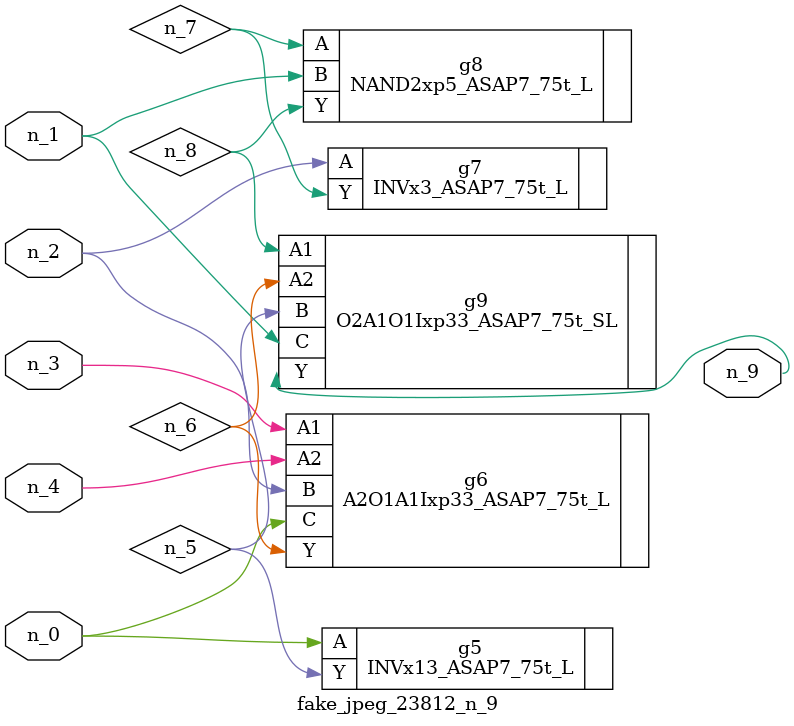
<source format=v>
module fake_jpeg_23812_n_9 (n_3, n_2, n_1, n_0, n_4, n_9);

input n_3;
input n_2;
input n_1;
input n_0;
input n_4;

output n_9;

wire n_8;
wire n_6;
wire n_5;
wire n_7;

INVx13_ASAP7_75t_L g5 ( 
.A(n_0),
.Y(n_5)
);

A2O1A1Ixp33_ASAP7_75t_L g6 ( 
.A1(n_3),
.A2(n_4),
.B(n_2),
.C(n_0),
.Y(n_6)
);

INVx3_ASAP7_75t_L g7 ( 
.A(n_2),
.Y(n_7)
);

NAND2xp5_ASAP7_75t_L g8 ( 
.A(n_7),
.B(n_1),
.Y(n_8)
);

O2A1O1Ixp33_ASAP7_75t_SL g9 ( 
.A1(n_8),
.A2(n_6),
.B(n_5),
.C(n_1),
.Y(n_9)
);


endmodule
</source>
